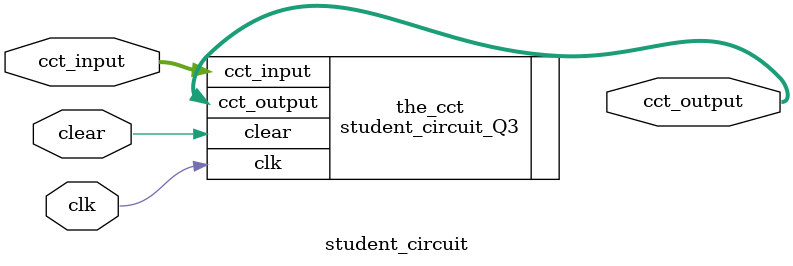
<source format=v>
module student_circuit (
          input clk, clear,
          input [7:0] cct_input,
//	  output reg [7:0] cct_output // for preamble
          output [7:0] cct_output  // for the answers
			 );

/*
// comment this always procedure out when computing answers
// also change cct_output from reg to wire
			 
  always @ *
         if (clear)
			   cct_output  = 8'H0; 
			else	
            cct_output  = cct_input;
*/ 

/*  NB: It is strongly suggested that this module be organized so that all questions can be answered using a single quartus project. 
This can be done by deleting the always procedure above and answering the questions in separate modules, perhaps named student_circuit_Q1, student_circuit_Q2, student_circuit_Q3 and student_circuit_Q4.
Then one of these modules is instantiate within this module.  For example the answer to question 1, 2, 3, or 4 is answered by uncommenting the instantiation of interest 
 */
 
// comment this section out when generating preamble solution

// student_circuit_Q1 the_cct(			 
// student_circuit_Q2 the_cct(			 
 student_circuit_Q3 the_cct(	
// student_circuit_Q4 the_cct(	
// student_circuit_Q5 the_cct(		 		 
          .clk(clk), .clear(clear),
          .cct_input(cct_input),
          .cct_output(cct_output) );
  
  
endmodule

</source>
